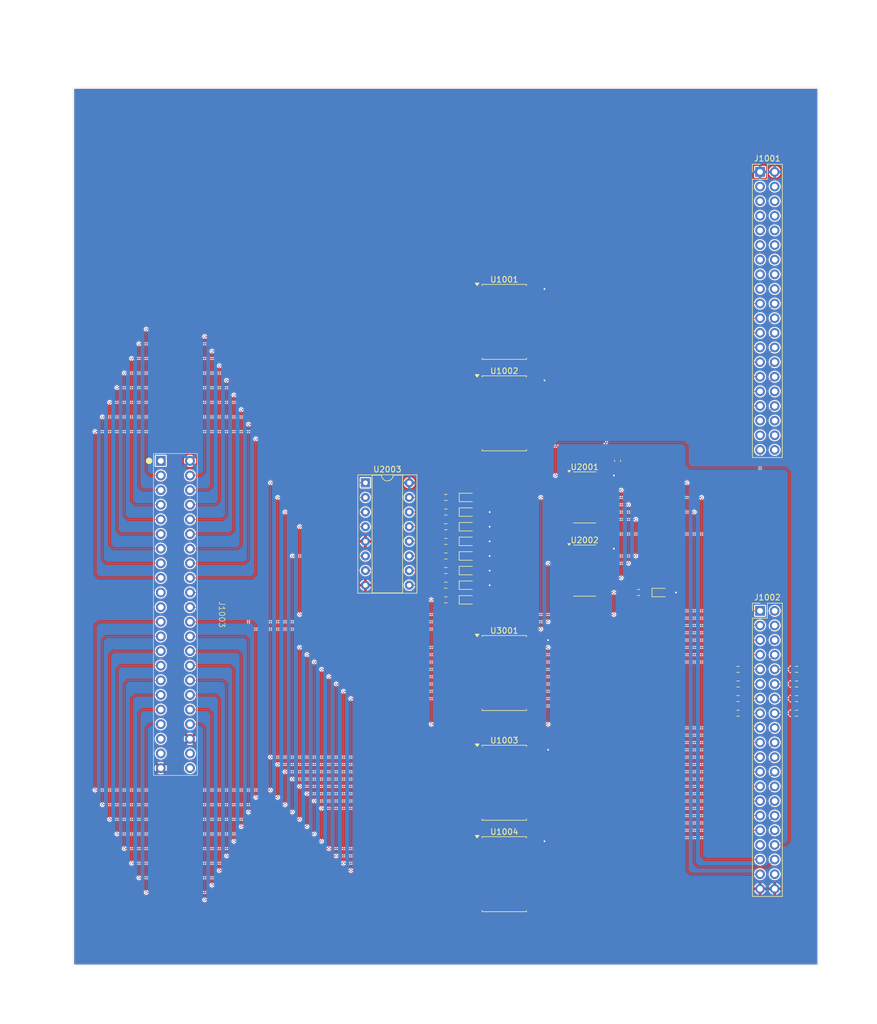
<source format=kicad_pcb>
(kicad_pcb (version 20240108) (generator "pcbnew") (generator_version "8.0")
  (layers (0 "F.Cu" signal) (31 "B.Cu" signal) (34 "B.Paste" user) (35 "F.Paste" user) (36 "B.SilkS" user "B.Silkscreen") (37 "F.SilkS" user "F.Silkscreen") (38 "B.Mask" user) (39 "F.Mask" user) (44 "Edge.Cuts" user))
  (net 0 "")
  (net 1 "+5V")
  (net 2 "GND")
  (net 3 "Net-(D2001-K)")
  (net 4 "Net-(D2002-K)")
  (net 5 "Net-(D2003-K)")
  (net 6 "Net-(D2004-K)")
  (net 7 "Net-(D2005-K)")
  (net 8 "Net-(D2006-K)")
  (net 9 "Net-(D2007-K)")
  (net 10 "Net-(D2008-K)")
  (net 11 "Net-(D2009-K)")
  (net 12 "/A11")
  (net 13 "/A7")
  (net 14 "/A12")
  (net 15 "/A4")
  (net 16 "/B2")
  (net 17 "/B15")
  (net 19 "/A9")
  (net 20 "/B1")
  (net 21 "/B7")
  (net 22 "/B9")
  (net 23 "/B6")
  (net 24 "/A14")
  (net 25 "/B8")
  (net 26 "/A5")
  (net 27 "/~{RESET}")
  (net 28 "/B14")
  (net 29 "/A13")
  (net 30 "/A3")
  (net 31 "/A0")
  (net 32 "/A15")
  (net 34 "/B10")
  (net 35 "/B5")
  (net 36 "/B13")
  (net 37 "/A10")
  (net 38 "/B0")
  (net 39 "/B12")
  (net 40 "/A8")
  (net 41 "/B4")
  (net 42 "/B3")
  (net 43 "/B11")
  (net 44 "/CLOCK")
  (net 46 "/A6")
  (net 48 "/A2")
  (net 49 "/A1")
  (net 50 "/C14")
  (net 51 "/R_{C}2")
  (net 52 "/Cycle3")
  (net 53 "/C11")
  (net 54 "/Cycle2")
  (net 55 "/R_{A}3")
  (net 56 "/Cycle4")
  (net 57 "/Cycle0")
  (net 58 "/C6")
  (net 60 "/C7")
  (net 61 "/C8")
  (net 62 "/R_{B}1")
  (net 63 "/I2")
  (net 64 "/C1")
  (net 65 "/C3")
  (net 66 "/R_{A}1")
  (net 67 "/R_{A}2")
  (net 68 "/C15")
  (net 69 "/I3")
  (net 70 "/R_{B}3")
  (net 71 "/C12")
  (net 72 "/C9")
  (net 73 "/I1")
  (net 74 "/C4")
  (net 75 "/C0")
  (net 76 "/R_{B}2")
  (net 77 "/R_{C}0")
  (net 78 "/C13")
  (net 79 "/R_{A}0")
  (net 80 "/Cycle1")
  (net 81 "/C10")
  (net 82 "/R_{C}3")
  (net 83 "/C5")
  (net 84 "/C2")
  (net 85 "/R_{C}1")
  (net 86 "/I0")
  (net 87 "/R_{B}0")
  (net 88 "/Instr.In8")
  (net 89 "/Instr.In9")
  (net 90 "/Instr.In13")
  (net 91 "/Instr.Out6")
  (net 92 "/Instr.In2")
  (net 94 "/Instr.Out2")
  (net 95 "/Instr.In1")
  (net 96 "/Instr.In4")
  (net 98 "/Instr.Out3")
  (net 99 "/Instr.Out5")
  (net 100 "/Instr.Out8")
  (net 102 "/Instr.In6")
  (net 103 "/Instr.In12")
  (net 104 "/Instr.Out4")
  (net 106 "/Instr.Out12")
  (net 107 "/Instr.In7")
  (net 108 "/Instr.In11")
  (net 109 "/Instr.Out15")
  (net 110 "/Instr.Out13")
  (net 112 "/Instr.Out14")
  (net 113 "/Instr.Out1")
  (net 114 "/Instr.Out11")
  (net 115 "/Instr.In3")
  (net 116 "/Instr.In14")
  (net 117 "/Instr.In10")
  (net 118 "/Instr.Out10")
  (net 121 "/Instr.In15")
  (net 122 "/Instr.In0")
  (net 123 "/Instr.Out7")
  (net 124 "/Instr.Out0")
  (net 125 "/ClockInstr")
  (net 126 "/Instr.In5")
  (net 127 "/Instr.Out9")
  (net 128 "Net-(U2003-~{E0})")
  (net 129 "/Control/~{LoadB}")
  (net 130 "/Control/~{LoadW}")
  (net 131 "/Control/~{StoreB}")
  (net 132 "/Control/~{StoreW}")
  (net 133 "/Control/~{LoadPC}")
  (net 134 "/Control/~{BranchZero}")
  (net 135 "/Control/~{Halt}")
  (net 136 "/~{RESET}_{conn}")
  (net 137 "Net-(U2001-Pad8)")
  (net 138 "Net-(U2001-Pad12)")
  (net 140 "Net-(U2001-Pad2)")
  (net 141 "Net-(U2001-Pad10)")
  (net 142 "Net-(U2002-Pad11)")
  (net 144 "/~{Set}")
  (footprint "Resistor_SMD:R_0603_1608Metric" (layer "F.Cu") (at 209.55 136.525 180)
    (property "Reference" "R3002" (hide yes))
    (property "Value" "R")
  )
  (footprint "Package_SO:SOIC-14_3.9x8.7mm_P1.27mm" (layer "F.Cu") (at 172.72 106.68)
    (property "Reference" "U2001")
    (property "Value" "74HC14")
  )
  (footprint "Resistor_SMD:R_0603_1608Metric" (layer "F.Cu") (at 209.55 141.605 180)
    (property "Reference" "R3006" (hide yes))
    (property "Value" "R")
  )
  (footprint "Resistor_SMD:R_0603_1608Metric" (layer "F.Cu") (at 209.55 144.145 180)
    (property "Reference" "R3008" (hide yes))
    (property "Value" "R")
  )
  (footprint "Resistor_SMD:R_0603_1608Metric" (layer "F.Cu") (at 209.55 139.065 180)
    (property "Reference" "R3004" (hide yes))
    (property "Value" "R")
  )
  (footprint "LED_SMD:LED_0603_1608Metric" (layer "F.Cu") (at 152.4 121.92)
    (property "Reference" "D2008" (hide yes))
    (property "Value" "Blue")
  )
  (footprint "LED_SMD:LED_0603_1608Metric" (layer "F.Cu") (at 152.4 119.38)
    (property "Reference" "D2007" (hide yes))
    (property "Value" "Blue")
  )
  (footprint "Resistor_SMD:R_0603_1608Metric" (layer "F.Cu") (at 148.59 121.92 180)
    (property "Reference" "R2008" (hide yes))
    (property "Value" "4k7")
  )
  (footprint "Capacitor_SMD:C_0603_1608Metric" (layer "F.Cu") (at 178.435 100.33 90)
    (property "Reference" "C2001" (hide yes))
    (property "Value" "100n")
  )
  (footprint "Connector_PinHeader_2.54mm:PinHeader_2x20_P2.54mm_Vertical" (layer "F.Cu") (at 203.2 50.165)
    (property "Reference" "J1001")
    (property "Value" "Conn_02x20_Odd_Even")
  )
  (footprint "Package_DIP:DIP-16_W7.62mm_Socket" (layer "F.Cu") (at 134.62 104.14)
    (property "Reference" "U2003")
    (property "Value" "74HC138")
  )
  (footprint "Package_SO:SOIC-20W_7.5x12.8mm_P1.27mm" (layer "F.Cu") (at 158.75 172.085)
    (property "Reference" "U1004")
    (property "Value" "74HC245")
  )
  (footprint "Resistor_SMD:R_0603_1608Metric" (layer "F.Cu") (at 148.59 124.46 180)
    (property "Reference" "R2009" (hide yes))
    (property "Value" "4k7")
  )
  (footprint "LED_SMD:LED_0603_1608Metric" (layer "F.Cu") (at 152.4 124.46)
    (property "Reference" "D2009" (hide yes))
    (property "Value" "Blue")
  )
  (footprint "Resistor_SMD:R_0603_1608Metric" (layer "F.Cu") (at 199.39 144.145)
    (property "Reference" "R3007" (hide yes))
    (property "Value" "R")
  )
  (footprint "Package_SO:SOIC-14_3.9x8.7mm_P1.27mm" (layer "F.Cu") (at 172.72 119.38)
    (property "Reference" "U2002")
    (property "Value" "74HC08")
  )
  (footprint "LED_SMD:LED_0603_1608Metric" (layer "F.Cu") (at 152.4 116.84)
    (property "Reference" "D2006" (hide yes))
    (property "Value" "Blue")
  )
  (footprint "Package_SO:SOIC-20W_7.5x12.8mm_P1.27mm" (layer "F.Cu") (at 158.75 76.2)
    (property "Reference" "U1001")
    (property "Value" "74HC245")
  )
  (footprint "Resistor_SMD:R_0603_1608Metric" (layer "F.Cu") (at 148.59 114.3 180)
    (property "Reference" "R2005" (hide yes))
    (property "Value" "4k7")
  )
  (footprint "LED_SMD:LED_0603_1608Metric" (layer "F.Cu") (at 152.4 109.22)
    (property "Reference" "D2003" (hide yes))
    (property "Value" "Blue")
  )
  (footprint "Package_SO:SOIC-20W_7.5x12.8mm_P1.27mm" (layer "F.Cu") (at 158.75 92.075)
    (property "Reference" "U1002")
    (property "Value" "74HC245")
  )
  (footprint "Resistor_SMD:R_0603_1608Metric" (layer "F.Cu") (at 148.59 111.76 180)
    (property "Reference" "R2004" (hide yes))
    (property "Value" "4k7")
  )
  (footprint "Connector_PinHeader_2.54mm:PinHeader_2x20_P2.54mm_Vertical" (layer "F.Cu") (at 203.2 126.365)
    (property "Reference" "J1002")
    (property "Value" "Conn_02x20_Odd_Even")
  )
  (footprint "Resistor_SMD:R_0603_1608Metric" (layer "F.Cu") (at 199.39 141.605)
    (property "Reference" "R3005" (hide yes))
    (property "Value" "R")
  )
  (footprint "BoardEdgeConnectors:TE-5530843-4-Mount" (layer "F.Cu") (at 101.6 127 -90)
    (property "Reference" "J1003")
    (property "Value" "~")
  )
  (footprint "Package_SO:SOIC-20W_7.5x12.8mm_P1.27mm" (layer "F.Cu") (at 158.75 137.16)
    (property "Reference" "U3001")
    (property "Value" "74HC245")
  )
  (footprint "Resistor_SMD:R_0603_1608Metric" (layer "F.Cu") (at 148.59 119.38 180)
    (property "Reference" "R2007" (hide yes))
    (property "Value" "4k7")
  )
  (footprint "Resistor_SMD:R_0603_1608Metric" (layer "F.Cu") (at 199.39 139.065)
    (property "Reference" "R3003" (hide yes))
    (property "Value" "R")
  )
  (footprint "Resistor_SMD:R_0603_1608Metric" (layer "F.Cu") (at 148.59 106.68 180)
    (property "Reference" "R2002" (hide yes))
    (property "Value" "4k7")
  )
  (footprint "Resistor_SMD:R_0603_1608Metric" (layer "F.Cu") (at 148.59 116.84 180)
    (property "Reference" "R2006" (hide yes))
    (property "Value" "4k7")
  )
  (footprint "Resistor_SMD:R_0603_1608Metric" (layer "F.Cu") (at 148.59 109.22 180)
    (property "Reference" "R2003" (hide yes))
    (property "Value" "4k7")
  )
  (footprint "LED_SMD:LED_0603_1608Metric" (layer "F.Cu") (at 152.4 114.3)
    (property "Reference" "D2005" (hide yes))
    (property "Value" "Blue")
  )
  (footprint "Resistor_SMD:R_0603_1608Metric" (layer "F.Cu") (at 199.39 136.525)
    (property "Reference" "R3001" (hide yes))
    (property "Value" "R")
  )
  (footprint "LED_SMD:LED_0603_1608Metric" (layer "F.Cu") (at 185.9025 123.19)
    (property "Reference" "D2001" (hide yes))
    (property "Value" "Blue")
  )
  (footprint "LED_SMD:LED_0603_1608Metric" (layer "F.Cu") (at 152.4 106.68)
    (property "Reference" "D2002" (hide yes))
    (property "Value" "Blue")
  )
  (footprint "Resistor_SMD:R_0603_1608Metric" (layer "F.Cu") (at 182.0925 123.19)
    (property "Reference" "R2001" (hide yes))
    (property "Value" "4k7")
  )
  (footprint "Package_SO:SOIC-20W_7.5x12.8mm_P1.27mm" (layer "F.Cu") (at 158.75 156.21)
    (property "Reference" "U1003")
    (property "Value" "74HC245")
  )
  (footprint "LED_SMD:LED_0603_1608Metric" (layer "F.Cu") (at 152.4 111.76)
    (property "Reference" "D2004" (hide yes))
    (property "Value" "Blue")
  )
  (gr_rect (start 83.82 35.56) (end 213.36 187.96) (stroke (width 0.05)) (fill none) (layer "Edge.Cuts"))
  (segment (start 156.21 109.22) (end 153.1875 109.22) (width 0.127) (layer "F.Cu") (net 1))
  (segment (start 163.4 131.445) (end 166.37 131.445) (width 0.254) (layer "F.Cu") (net 1))
  (segment (start 154.1 131.445) (end 163.4 131.445) (width 0.127) (layer "F.Cu") (net 1))
  (segment (start 156.21 107.315) (end 155.575 106.68) (width 0.127) (layer "F.Cu") (net 1))
  (segment (start 178.435 102.235) (end 178.435 101.105) (width 0.254) (layer "F.Cu") (net 1))
  (segment (start 175.195 115.57) (end 177.8 115.57) (width 0.254) (layer "F.Cu") (net 1))
  (segment (start 155.575 124.46) (end 156.21 123.825) (width 0.127) (layer "F.Cu") (net 1))
  (segment (start 155.575 106.68) (end 153.1875 106.68) (width 0.127) (layer "F.Cu") (net 1))
  (segment (start 153.1875 114.3) (end 156.21 114.3) (width 0.127) (layer "F.Cu") (net 1))
  (segment (start 156.21 109.22) (end 156.21 107.315) (width 0.127) (layer "F.Cu") (net 1))
  (segment (start 186.69 123.19) (end 188.595 123.19) (width 0.127) (layer "F.Cu") (net 1))
  (segment (start 153.1875 121.92) (end 156.21 121.92) (width 0.127) (layer "F.Cu") (net 1))
  (segment (start 163.4 70.485) (end 165.735 70.485) (width 0.254) (layer "F.Cu") (net 1))
  (segment (start 156.21 111.76) (end 156.21 114.3) (width 0.127) (layer "F.Cu") (net 1))
  (segment (start 163.4 150.495) (end 166.37 150.495) (width 0.254) (layer "F.Cu") (net 1))
  (segment (start 156.21 109.22) (end 156.21 111.76) (width 0.127) (layer "F.Cu") (net 1))
  (segment (start 154.1 150.495) (end 163.4 150.495) (width 0.127) (layer "F.Cu") (net 1))
  (segment (start 156.21 123.825) (end 156.21 121.92) (width 0.127) (layer "F.Cu") (net 1))
  (segment (start 153.1875 119.38) (end 156.21 119.38) (width 0.127) (layer "F.Cu") (net 1))
  (segment (start 154.1 166.37) (end 163.4 166.37) (width 0.127) (layer "F.Cu") (net 1))
  (segment (start 156.21 119.38) (end 156.21 121.92) (width 0.127) (layer "F.Cu") (net 1))
  (segment (start 163.4 86.36) (end 165.735 86.36) (width 0.254) (layer "F.Cu") (net 1))
  (segment (start 163.4 166.37) (end 165.735 166.37) (width 0.254) (layer "F.Cu") (net 1))
  (segment (start 177.8 102.87) (end 178.435 102.235) (width 0.254) (layer "F.Cu") (net 1))
  (segment (start 153.1875 124.46) (end 155.575 124.46) (width 0.127) (layer "F.Cu") (net 1))
  (segment (start 156.21 116.84) (end 156.21 119.38) (width 0.127) (layer "F.Cu") (net 1))
  (segment (start 156.21 114.3) (end 156.21 116.84) (width 0.127) (layer "F.Cu") (net 1))
  (segment (start 153.1875 116.84) (end 156.21 116.84) (width 0.127) (layer "F.Cu") (net 1))
  (segment (start 175.195 102.87) (end 177.8 102.87) (width 0.254) (layer "F.Cu") (net 1))
  (segment (start 153.1875 111.76) (end 156.21 111.76) (width 0.127) (layer "F.Cu") (net 1))
  (via (at 156.21 111.76) (size 0.45) (drill 0.3) (layers "F.Cu" "B.Cu") (net 1))
  (via (at 165.735 86.36) (size 0.45) (drill 0.3) (layers "F.Cu" "B.Cu") (net 1))
  (via (at 165.735 166.37) (size 0.45) (drill 0.3) (layers "F.Cu" "B.Cu") (net 1))
  (via (at 166.37 150.495) (size 0.45) (drill 0.3) (layers "F.Cu" "B.Cu") (net 1))
  (via (at 156.21 114.3) (size 0.45) (drill 0.3) (layers "F.Cu" "B.Cu") (net 1))
  (via (at 165.735 70.485) (size 0.45) (drill 0.3) (layers "F.Cu" "B.Cu") (net 1))
  (via (at 177.8 115.57) (size 0.45) (drill 0.3) (layers "F.Cu" "B.Cu") (net 1))
  (via (at 188.595 123.19) (size 0.45) (drill 0.3) (layers "F.Cu" "B.Cu") (net 1))
  (via (at 156.21 109.22) (size 0.45) (drill 0.3) (layers "F.Cu" "B.Cu") (net 1))
  (via (at 166.37 131.445) (size 0.45) (drill 0.3) (layers "F.Cu" "B.Cu") (net 1))
  (via (at 156.21 119.38) (size 0.45) (drill 0.3) (layers "F.Cu" "B.Cu") (net 1))
  (via (at 156.21 121.92) (size 0.45) (drill 0.3) (layers "F.Cu" "B.Cu") (net 1))
  (via (at 156.21 116.84) (size 0.45) (drill 0.3) (layers "F.Cu" "B.Cu") (net 1))
  (via (at 177.8 102.87) (size 0.45) (drill 0.3) (layers "F.Cu" "B.Cu") (net 1))
  (segment (start 182.9175 123.19) (end 185.115 123.19) (width 0.127) (layer "F.Cu") (net 3))
  (segment (start 149.415 106.68) (end 151.6125 106.68) (width 0.127) (layer "F.Cu") (net 4))
  (segment (start 151.6125 109.22) (end 149.415 109.22) (width 0.127) (layer "F.Cu") (net 5))
  (segment (start 149.415 111.76) (end 151.6125 111.76) (width 0.127) (layer "F.Cu") (net 6))
  (segment (start 149.415 114.3) (end 151.6125 114.3) (width 0.127) (layer "F.Cu") (net 7))
  (segment (start 149.415 116.84) (end 151.6125 116.84) (width 0.127) (layer "F.Cu") (net 8))
  (segment (start 149.415 119.38) (end 151.6125 119.38) (width 0.127) (layer "F.Cu") (net 9))
  (segment (start 149.415 121.92) (end 151.6125 121.92) (width 0.127) (layer "F.Cu") (net 10))
  (segment (start 149.415 124.46) (end 151.6125 124.46) (width 0.127) (layer "F.Cu") (net 11))
  (segment (start 163.4 75.565) (end 203.2 75.565) (width 0.127) (layer "F.Cu") (net 16))
  (segment (start 176.53 97.155) (end 176.53 92.71) (width 0.127) (layer "F.Cu") (net 17))
  (segment (start 176.53 92.71) (end 177.165 92.075) (width 0.127) (layer "F.Cu") (net 17))
  (segment (start 205.74 90.805) (end 204.47 92.075) (width 0.127) (layer "F.Cu") (net 17))
  (segment (start 163.4 97.79) (end 175.895 97.79) (width 0.127) (layer "F.Cu") (net 17))
  (segment (start 177.165 92.075) (end 204.47 92.075) (width 0.127) (layer "F.Cu") (net 17))
  (segment (start 175.895 97.79) (end 176.53 97.155) (width 0.127) (layer "F.Cu") (net 17))
  (segment (start 205.74 73.025) (end 204.47 74.295) (width 0.127) (layer "F.Cu") (net 20))
  (segment (start 204.47 74.295) (end 163.4 74.295) (width 0.127) (layer "F.Cu") (net 20))
  (segment (start 205.74 80.645) (end 204.47 81.915) (width 0.127) (layer "F.Cu") (net 21))
  (segment (start 204.47 81.915) (end 163.4 81.915) (width 0.127) (layer "F.Cu") (net 21))
  (segment (start 169.545 84.455) (end 204.47 84.455) (width 0.127) (layer "F.Cu") (net 22))
  (segment (start 168.91 85.09) (end 169.545 84.455) (width 0.127) (layer "F.Cu") (net 22))
  (segment (start 204.47 84.455) (end 205.74 83.185) (width 0.127) (layer "F.Cu") (net 22))
  (segment (start 168.275 90.17) (end 168.91 89.535) (width 0.127) (layer "F.Cu") (net 22))
  (segment (start 163.4 90.17) (end 168.275 90.17) (width 0.127) (layer "F.Cu") (net 22))
  (segment (start 168.91 89.535) (end 168.91 85.09) (width 0.127) (layer "F.Cu") (net 22))
  (segment (start 163.4 80.645) (end 203.2 80.645) (width 0.127) (layer "F.Cu") (net 23))
  (segment (start 167.005 88.9) (end 167.64 88.265) (width 0.127) (layer "F.Cu") (net 25))
  (segment (start 167.64 88.265) (end 167.64 83.82) (width 0.127) (layer "F.Cu") (net 25))
  (segment (start 167.64 83.82) (end 168.275 83.185) (width 0.127) (layer "F.Cu") (net 25))
  (segment (start 168.275 83.185) (end 203.2 83.185) (width 0.127) (layer "F.Cu") (net 25))
  (segment (start 163.4 88.9) (end 167.005 88.9) (width 0.127) (layer "F.Cu") (net 25))
  (segment (start 202.565 113.03) (end 203.2 112.395) (width 0.127) (layer "F.Cu") (net 27))
  (segment (start 167.64 113.03) (end 202.565 113.03) (width 0.127) (layer "F.Cu") (net 27))
  (segment (start 167.005 113.665) (end 167.64 113.03) (width 0.127) (layer "F.Cu") (net 27))
  (segment (start 170.245 115.57) (end 167.64 115.57) (width 0.127) (layer "F.Cu") (net 27))
  (segment (start 170.245 116.84) (end 170.245 115.57) (width 0.127) (layer "F.Cu") (net 27))
  (segment (start 203.2 112.395) (end 203.2 98.425) (width 0.127) (layer "F.Cu") (net 27))
  (segment (start 167.005 114.935) (end 167.005 113.665) (width 0.127) (layer "F.Cu") (net 27))
  (segment (start 167.64 115.57) (end 167.005 114.935) (width 0.127) (layer "F.Cu") (net 27))
  (segment (start 175.895 90.805) (end 175.26 91.44) (width 0.127) (layer "F.Cu") (net 28))
  (segment (start 203.2 90.805) (end 175.895 90.805) (width 0.127) (layer "F.Cu") (net 28))
  (segment (start 175.26 91.44) (end 175.26 95.885) (width 0.127) (layer "F.Cu") (net 28))
  (segment (start 174.625 96.52) (end 163.4 96.52) (width 0.127) (layer "F.Cu") (net 28))
  (segment (start 175.26 95.885) (end 174.625 96.52) (width 0.127) (layer "F.Cu") (net 28))
  (segment (start 203.2 85.725) (end 170.815 85.725) (width 0.127) (layer "F.Cu") (net 34))
  (segment (start 170.18 90.805) (end 169.545 91.44) (width 0.127) (layer "F.Cu") (net 34))
  (segment (start 170.815 85.725) (end 170.18 86.36) (width 0.127) (layer "F.Cu") (net 34))
  (segment (start 169.545 91.44) (end 163.4 91.44) (width 0.127) (layer "F.Cu") (net 34))
  (segment (start 170.18 86.36) (end 170.18 90.805) (width 0.127) (layer "F.Cu") (net 34))
  (segment (start 204.47 79.375) (end 163.4 79.375) (width 0.127) (layer "F.Cu") (net 35))
  (segment (start 205.74 78.105) (end 204.47 79.375) (width 0.127) (layer "F.Cu") (net 35))
  (segment (start 205.74 88.265) (end 204.47 89.535) (width 0.127) (layer "F.Cu") (net 36))
  (segment (start 163.4 95.25) (end 173.355 95.25) (width 0.127) (layer "F.Cu") (net 36))
  (segment (start 173.99 90.17) (end 174.625 89.535) (width 0.127) (layer "F.Cu") (net 36))
  (segment (start 173.355 95.25) (end 173.99 94.615) (width 0.127) (layer "F.Cu") (net 36))
  (segment (start 174.625 89.535) (end 204.47 89.535) (width 0.127) (layer "F.Cu") (net 36))
  (segment (start 173.99 94.615) (end 173.99 90.17) (width 0.127) (layer "F.Cu") (net 36))
  (segment (start 163.4 73.025) (end 203.2 73.025) (width 0.127) (layer "F.Cu") (net 38))
  (segment (start 172.72 93.345) (end 172.085 93.98) (width 0.127) (layer "F.Cu") (net 39))
  (segment (start 203.2 88.265) (end 173.355 88.265) (width 0.127) (layer "F.Cu") (net 39))
  (segment (start 172.085 93.98) (end 163.4 93.98) (width 0.127) (layer "F.Cu") (net 39))
  (segment (start 172.72 88.9) (end 172.72 93.345) (width 0.127) (layer "F.Cu") (net 39))
  (segment (start 173.355 88.265) (end 172.72 88.9) (width 0.127) (layer "F.Cu") (net 39))
  (segment (start 163.4 78.105) (end 203.2 78.105) (width 0.127) (layer "F.Cu") (net 41))
  (segment (start 204.47 76.835) (end 163.4 76.835) (width 0.127) (layer "F.Cu") (net 42))
  (segment (start 205.74 75.565) (end 204.47 76.835) (width 0.127) (layer "F.Cu") (net 42))
  (segment (start 205.74 85.725) (end 204.47 86.995) (width 0.127) (layer "F.Cu") (net 43))
  (segment (start 171.45 87.63) (end 172.085 86.995) (width 0.127) (layer "F.Cu") (net 43))
  (segment (start 172.085 86.995) (end 204.47 86.995) (width 0.127) (layer "F.Cu") (net 43))
  (segment (start 163.4 92.71) (end 170.815 92.71) (width 0.127) (layer "F.Cu") (net 43))
  (segment (start 170.815 92.71) (end 171.45 92.075) (width 0.127) (layer "F.Cu") (net 43))
  (segment (start 171.45 92.075) (end 171.45 87.63) (width 0.127) (layer "F.Cu") (net 43))
  (segment (start 200.215 144.145) (end 203.2 144.145) (width 0.127) (layer "F.Cu") (net 50))
  (segment (start 203.2 164.465) (end 186.055 164.465) (width 0.127) (layer "F.Cu") (net 51))
  (segment (start 186.055 164.465) (end 185.42 165.1) (width 0.127) (layer "F.Cu") (net 51))
  (segment (start 185.42 165.1) (end 185.42 175.895) (width 0.127) (layer "F.Cu") (net 51))
  (segment (start 184.785 176.53) (end 163.4 176.53) (width 0.127) (layer "F.Cu") (net 51))
  (segment (start 185.42 175.895) (end 184.785 176.53) (width 0.127) (layer "F.Cu") (net 51))
  (segment (start 184.15 109.22) (end 191.77 109.22) (width 0.127) (layer "F.Cu") (net 52))
  (segment (start 175.195 109.22) (end 184.15 109.22) (width 0.127) (layer "F.Cu") (net 52))
  (via (at 191.77 109.22) (size 0.45) (drill 0.3) (layers "F.Cu" "B.Cu") (net 52))
  (segment (start 192.405 170.815) (end 191.77 170.18) (width 0.127) (layer "B.Cu") (net 52))
  (segment (start 205.74 169.545) (end 204.47 170.815) (width 0.127) (layer "B.Cu") (net 52))
  (segment (start 191.77 170.18) (end 191.77 109.22) (width 0.127) (layer "B.Cu") (net 52))
  (segment (start 204.47 170.815) (end 192.405 170.815) (width 0.127) (layer "B.Cu") (net 52))
  (segment (start 208.725 139.065) (end 205.74 139.065) (width 0.127) (layer "F.Cu") (net 53))
  (segment (start 175.195 106.68) (end 193.04 106.68) (width 0.127) (layer "F.Cu") (net 54))
  (via (at 193.04 106.68) (size 0.45) (drill 0.3) (layers "F.Cu" "B.Cu") (net 54))
  (segment (start 193.675 169.545) (end 193.04 168.91) (width 0.127) (layer "B.Cu") (net 54))
  (segment (start 203.2 169.545) (end 193.675 169.545) (width 0.127) (layer "B.Cu") (net 54))
  (segment (start 193.04 168.91) (end 193.04 106.68) (width 0.127) (layer "B.Cu") (net 54))
  (segment (start 205.74 154.305) (end 204.47 155.575) (width 0.127) (layer "F.Cu") (net 55))
  (segment (start 176.53 156.21) (end 176.53 161.29) (width 0.127) (layer "F.Cu") (net 55))
  (segment (start 204.47 155.575) (end 177.165 155.575) (width 0.127) (layer "F.Cu") (net 55))
  (segment (start 176.53 161.29) (end 175.895 161.925) (width 0.127) (layer "F.Cu") (net 55))
  (segment (start 177.165 155.575) (end 176.53 156.21) (width 0.127) (layer "F.Cu") (net 55))
  (segment (start 175.895 161.925) (end 163.4 161.925) (width 0.127) (layer "F.Cu") (net 55))
  (segment (start 175.195 104.14) (end 184.15 104.14) (width 0.127) (layer "F.Cu") (net 56))
  (segment (start 184.15 104.14) (end 190.5 104.14) (width 0.127) (layer "F.Cu") (net 56))
  (via (at 190.5 104.14) (size 0.45) (drill 0.3) (layers "F.Cu" "B.Cu") (net 56))
  (segment (start 191.135 172.085) (end 190.5 171.45) (width 0.127) (layer "B.Cu") (net 56))
  (segment (start 190.5 171.45) (end 190.5 104.14) (width 0.127) (layer "B.Cu") (net 56))
  (segment (start 203.2 172.085) (end 191.135 172.085) (width 0.127) (layer "B.Cu") (net 56))
  (segment (start 186.69 140.97) (end 186.055 141.605) (width 0.127) (layer "F.Cu") (net 58))
  (segment (start 187.325 133.985) (end 186.69 134.62) (width 0.127) (layer "F.Cu") (net 58))
  (segment (start 203.2 133.985) (end 187.325 133.985) (width 0.127) (layer "F.Cu") (net 58))
  (segment (start 186.055 141.605) (end 163.4 141.605) (width 0.127) (layer "F.Cu") (net 58))
  (segment (start 186.69 134.62) (end 186.69 140.97) (width 0.127) (layer "F.Cu") (net 58))
  (segment (start 205.74 133.985) (end 204.47 135.255) (width 0.127) (layer "F.Cu") (net 60))
  (segment (start 187.96 135.89) (end 188.595 135.255) (width 0.127) (layer "F.Cu") (net 60))
  (segment (start 163.4 142.875) (end 187.325 142.875) (width 0.127) (layer "F.Cu") (net 60))
  (segment (start 187.325 142.875) (end 187.96 142.24) (width 0.127) (layer "F.Cu") (net 60))
  (segment (start 187.96 142.24) (end 187.96 135.89) (width 0.127) (layer "F.Cu") (net 60))
  (segment (start 188.595 135.255) (end 204.47 135.255) (width 0.127) (layer "F.Cu") (net 60))
  (segment (start 200.215 136.525) (end 203.2 136.525) (width 0.127) (layer "F.Cu") (net 61))
  (segment (start 179.705 158.115) (end 204.47 158.115) (width 0.127) (layer "F.Cu") (net 62))
  (segment (start 163.4 170.18) (end 178.435 170.18) (width 0.127) (layer "F.Cu") (net 62))
  (segment (start 205.74 156.845) (end 204.47 158.115) (width 0.127) (layer "F.Cu") (net 62))
  (segment (start 178.435 170.18) (end 179.07 169.545) (width 0.127) (layer "F.Cu") (net 62))
  (segment (start 179.07 158.75) (end 179.705 158.115) (width 0.127) (layer "F.Cu") (net 62))
  (segment (start 179.07 169.545) (end 179.07 158.75) (width 0.127) (layer "F.Cu") (net 62))
  (segment (start 163.4 155.575) (end 169.545 155.575) (width 0.127) (layer "F.Cu") (net 63))
  (segment (start 169.545 155.575) (end 170.18 154.94) (width 0.127) (layer "F.Cu") (net 63))
  (segment (start 170.18 154.94) (end 170.18 149.86) (width 0.127) (layer "F.Cu") (net 63))
  (segment (start 170.815 149.225) (end 203.2 149.225) (width 0.127) (layer "F.Cu") (net 63))
  (segment (start 170.18 149.86) (end 170.815 149.225) (width 0.127) (layer "F.Cu") (net 63))
  (segment (start 180.975 127.635) (end 204.47 127.635) (width 0.127) (layer "F.Cu") (net 64))
  (segment (start 180.34 134.62) (end 180.34 128.27) (width 0.127) (layer "F.Cu") (net 64))
  (segment (start 180.34 128.27) (end 180.975 127.635) (width 0.127) (layer "F.Cu") (net 64))
  (segment (start 163.4 135.255) (end 179.705 135.255) (width 0.127) (layer "F.Cu") (net 64))
  (segment (start 179.705 135.255) (end 180.34 134.62) (width 0.127) (layer "F.Cu") (net 64))
  (segment (start 204.47 127.635) (end 205.74 126.365) (width 0.127) (layer "F.Cu") (net 64))
  (segment (start 163.4 137.795) (end 182.245 137.795) (width 0.127) (layer "F.Cu") (net 65))
  (segment (start 182.245 137.795) (end 182.88 137.16) (width 0.127) (layer "F.Cu") (net 65))
  (segment (start 183.515 130.175) (end 204.47 130.175) (width 0.127) (layer "F.Cu") (net 65))
  (segment (start 205.74 128.905) (end 204.47 130.175) (width 0.127) (layer "F.Cu") (net 65))
  (segment (start 182.88 130.81) (end 183.515 130.175) (width 0.127) (layer "F.Cu") (net 65))
  (segment (start 182.88 137.16) (end 182.88 130.81) (width 0.127) (layer "F.Cu") (net 65))
  (segment (start 174.625 153.035) (end 173.99 153.67) (width 0.127) (layer "F.Cu") (net 66))
  (segment (start 173.355 159.385) (end 163.4 159.385) (width 0.127) (layer "F.Cu") (net 66))
  (segment (start 173.99 158.75) (end 173.355 159.385) (width 0.127) (layer "F.Cu") (net 66))
  (segment (start 173.99 153.67) (end 173.99 158.75) (width 0.127) (layer "F.Cu") (net 66))
  (segment (start 205.74 151.765) (end 204.47 153.035) (width 0.127) (layer "F.Cu") (net 66))
  (segment (start 204.47 153.035) (end 174.625 153.035) (width 0.127) (layer "F.Cu") (net 66))
  (segment (start 174.625 160.655) (end 175.26 160.02) (width 0.127) (layer "F.Cu") (net 67))
  (segment (start 163.4 160.655) (end 174.625 160.655) (width 0.127) (layer "F.Cu") (net 67))
  (segment (start 175.26 160.02) (end 175.26 154.94) (width 0.127) (layer "F.Cu") (net 67))
  (segment (start 175.26 154.94) (end 175.895 154.305) (width 0.127) (layer "F.Cu") (net 67))
  (segment (start 175.895 154.305) (end 203.2 154.305) (width 0.127) (layer "F.Cu") (net 67))
  (segment (start 205.74 144.145) (end 208.725 144.145) (width 0.127) (layer "F.Cu") (net 68))
  (segment (start 171.45 151.13) (end 171.45 156.21) (width 0.127) (layer "F.Cu") (net 69))
  (segment (start 171.45 156.21) (end 170.815 156.845) (width 0.127) (layer "F.Cu") (net 69))
  (segment (start 172.085 150.495) (end 171.45 151.13) (width 0.127) (layer "F.Cu") (net 69))
  (segment (start 204.47 150.495) (end 172.085 150.495) (width 0.127) (layer "F.Cu") (net 69))
  (segment (start 170.815 156.845) (end 163.4 156.845) (width 0.127) (layer "F.Cu") (net 69))
  (segment (start 205.74 149.225) (end 204.47 150.495) (width 0.127) (layer "F.Cu") (net 69))
  (segment (start 181.61 172.085) (end 181.61 161.29) (width 0.127) (layer "F.Cu") (net 70))
  (segment (start 182.245 160.655) (end 204.47 160.655) (width 0.127) (layer "F.Cu") (net 70))
  (segment (start 205.74 159.385) (end 204.47 160.655) (width 0.127) (layer "F.Cu") (net 70))
  (segment (start 163.4 172.72) (end 180.975 172.72) (width 0.127) (layer "F.Cu") (net 70))
  (segment (start 180.975 172.72) (end 181.61 172.085) (width 0.127) (layer "F.Cu") (net 70))
  (segment (start 181.61 161.29) (end 182.245 160.655) (width 0.127) (layer "F.Cu") (net 70))
  (segment (start 203.2 141.605) (end 200.215 141.605) (width 0.127) (layer "F.Cu") (net 71))
  (segment (start 208.725 136.525) (end 205.74 136.525) (width 0.127) (layer "F.Cu") (net 72))
  (segment (start 204.47 147.955) (end 169.545 147.955) (width 0.127) (layer "F.Cu") (net 73))
  (segment (start 168.91 148.59) (end 168.91 153.67) (width 0.127) (layer "F.Cu") (net 73))
  (segment (start 168.91 153.67) (end 168.275 154.305) (width 0.127) (layer "F.Cu") (net 73))
  (segment (start 168.275 154.305) (end 163.4 154.305) (width 0.127) (layer "F.Cu") (net 73))
  (segment (start 169.545 147.955) (end 168.91 148.59) (width 0.127) (layer "F.Cu") (net 73))
  (segment (start 205.74 146.685) (end 204.47 147.955) (width 0.127) (layer "F.Cu") (net 73))
  (segment (start 184.15 138.43) (end 183.515 139.065) (width 0.127) (layer "F.Cu") (net 74))
  (segment (start 183.515 139.065) (end 163.4 139.065) (width 0.127) (layer "F.Cu") (net 74))
  (segment (start 184.15 132.08) (end 184.15 138.43) (width 0.127) (layer "F.Cu") (net 74))
  (segment (start 203.2 131.445) (end 184.785 131.445) (width 0.127) (layer "F.Cu") (net 74))
  (segment (start 184.785 131.445) (end 184.15 132.08) (width 0.127) (layer "F.Cu") (net 74))
  (segment (start 179.07 127) (end 179.07 133.35) (width 0.127) (layer "F.Cu") (net 75))
  (segment (start 178.435 133.985) (end 163.4 133.985) (width 0.127) (layer "F.Cu") (net 75))
  (segment (start 203.2 126.365) (end 179.705 126.365) (width 0.127) (layer "F.Cu") (net 75))
  (segment (start 179.705 126.365) (end 179.07 127) (width 0.127) (layer "F.Cu") (net 75))
  (segment (start 179.07 133.35) (end 178.435 133.985) (width 0.127) (layer "F.Cu") (net 75))
  (segment (start 180.975 159.385) (end 180.34 160.02) (width 0.127) (layer "F.Cu") (net 76))
  (segment (start 203.2 159.385) (end 180.975 159.385) (width 0.127) (layer "F.Cu") (net 76))
  (segment (start 179.705 171.45) (end 163.4 171.45) (width 0.127) (layer "F.Cu") (net 76))
  (segment (start 180.34 160.02) (end 180.34 170.815) (width 0.127) (layer "F.Cu") (net 76))
  (segment (start 180.34 170.815) (end 179.705 171.45) (width 0.127) (layer "F.Cu") (net 76))
  (segment (start 183.515 161.925) (end 182.88 162.56) (width 0.127) (layer "F.Cu") (net 77))
  (segment (start 182.88 162.56) (end 182.88 173.355) (width 0.127) (layer "F.Cu") (net 77))
  (segment (start 182.245 173.99) (end 163.4 173.99) (width 0.127) (layer "F.Cu") (net 77))
  (segment (start 203.2 161.925) (end 183.515 161.925) (width 0.127) (layer "F.Cu") (net 77))
  (segment (start 182.88 173.355) (end 182.245 173.99) (width 0.127) (layer "F.Cu") (net 77))
  (segment (start 208.725 141.605) (end 205.74 141.605) (width 0.127) (layer "F.Cu") (net 78))
  (segment (start 173.355 151.765) (end 203.2 151.765) (width 0.127) (layer "F.Cu") (net 79))
  (segment (start 172.72 157.48) (end 172.72 152.4) (width 0.127) (layer "F.Cu") (net 79))
  (segment (start 172.72 152.4) (end 173.355 151.765) (width 0.127) (layer "F.Cu") (net 79))
  (segment (start 172.085 158.115) (end 172.72 157.48) (width 0.127) (layer "F.Cu") (net 79))
  (segment (start 163.4 158.115) (end 172.085 158.115) (width 0.127) (layer "F.Cu") (net 79))
  (segment (start 170.245 102.87) (end 167.64 102.87) (width 0.127) (layer "F.Cu") (net 80))
  (via (at 167.64 102.87) (size 0.45) (drill 0.3) (layers "F.Cu" "B.Cu") (net 80))
  (segment (start 207.645 167.005) (end 205.74 167.005) (width 0.127) (layer "B.Cu") (net 80))
  (segment (start 190.5 97.79) (end 190.5 100.965) (width 0.127) (layer "B.Cu") (net 80))
  (segment (start 191.135 101.6) (end 207.645 101.6) (width 0.127) (layer "B.Cu") (net 80))
  (segment (start 189.865 97.155) (end 190.5 97.79) (width 0.127) (layer "B.Cu") (net 80))
  (segment (start 208.28 102.235) (end 208.28 166.37) (width 0.127) (layer "B.Cu") (net 80))
  (segment (start 208.28 166.37) (end 207.645 167.005) (width 0.127) (layer "B.Cu") (net 80))
  (segment (start 168.275 97.155) (end 189.865 97.155) (width 0.127) (layer "B.Cu") (net 80))
  (segment (start 167.64 102.87) (end 167.64 97.79) (width 0.127) (layer "B.Cu") (net 80))
  (segment (start 167.64 97.79) (end 168.275 97.155) (width 0.127) (layer "B.Cu") (net 80))
  (segment (start 207.645 101.6) (end 208.28 102.235) (width 0.127) (layer "B.Cu") (net 80))
  (segment (start 190.5 100.965) (end 191.135 101.6) (width 0.127) (layer "B.Cu") (net 80))
  (segment (start 200.215 139.065) (end 203.2 139.065) (width 0.127) (layer "F.Cu") (net 81))
  (segment (start 187.325 165.735) (end 204.47 165.735) (width 0.127) (layer "F.Cu") (net 82))
  (segment (start 186.055 177.8) (end 186.69 177.165) (width 0.127) (layer "F.Cu") (net 82))
  (segment (start 186.69 177.165) (end 186.69 166.37) (width 0.127) (layer "F.Cu") (net 82))
  (segment (start 204.47 165.735) (end 205.74 164.465) (width 0.127) (layer "F.Cu") (net 82))
  (segment (start 163.4 177.8) (end 186.055 177.8) (width 0.127) (layer "F.Cu") (net 82))
  (segment (start 186.69 166.37) (end 187.325 165.735) (width 0.127) (layer "F.Cu") (net 82))
  (segment (start 205.74 131.445) (end 204.47 132.715) (width 0.127) (layer "F.Cu") (net 83))
  (segment (start 184.785 140.335) (end 185.42 139.7) (width 0.127) (layer "F.Cu") (net 83))
  (segment (start 185.42 133.35) (end 186.055 132.715) (width 0.127) (layer "F.Cu") (net 83))
  (segment (start 163.4 140.335) (end 184.785 140.335) (width 0.127) (layer "F.Cu") (net 83))
  (segment (start 186.055 132.715) (end 204.47 132.715) (width 0.127) (layer "F.Cu") (net 83))
  (segment (start 185.42 139.7) (end 185.42 133.35) (width 0.127) (layer "F.Cu") (net 83))
  (segment (start 181.61 129.54) (end 181.61 135.89) (width 0.127) (layer "F.Cu") (net 84))
  (segment (start 203.2 128.905) (end 182.245 128.905) (width 0.127) (layer "F.Cu") (net 84))
  (segment (start 182.245 128.905) (end 181.61 129.54) (width 0.127) (layer "F.Cu") (net 84))
  (segment (start 180.975 136.525) (end 163.4 136.525) (width 0.127) (layer "F.Cu") (net 84))
  (segment (start 181.61 135.89) (end 180.975 136.525) (width 0.127) (layer "F.Cu") (net 84))
  (segment (start 184.15 174.625) (end 184.15 163.83) (width 0.127) (layer "F.Cu") (net 85))
  (segment (start 183.515 175.26) (end 184.15 174.625) (width 0.127) (layer "F.Cu") (net 85))
  (segment (start 184.15 163.83) (end 184.785 163.195) (width 0.127) (layer "F.Cu") (net 85))
  (segment (start 163.4 175.26) (end 183.515 175.26) (width 0.127) (layer "F.Cu") (net 85))
  (segment (start 205.74 161.925) (end 204.47 163.195) (width 0.127) (layer "F.Cu") (net 85))
  (segment (start 184.785 163.195) (end 204.47 163.195) (width 0.127) (layer "F.Cu") (net 85))
  (segment (start 167.64 152.4) (end 167.64 147.32) (width 0.127) (layer "F.Cu") (net 86))
  (segment (start 168.275 146.685) (end 203.2 146.685) (width 0.127) (layer "F.Cu") (net 86))
  (segment (start 167.005 153.035) (end 167.64 152.4) (width 0.127) (layer "F.Cu") (net 86))
  (segment (start 163.4 153.035) (end 167.005 153.035) (width 0.127) (layer "F.Cu") (net 86))
  (segment (start 167.64 147.32) (end 168.275 146.685) (width 0.127) (layer "F.Cu") (net 86))
  (segment (start 177.8 157.48) (end 177.8 168.275) (width 0.127) (layer "F.Cu") (net 87))
  (segment (start 177.8 168.275) (end 177.165 168.91) (width 0.127) (layer "F.Cu") (net 87))
  (segment (start 203.2 156.845) (end 178.435 156.845) (width 0.127) (layer "F.Cu") (net 87))
  (segment (start 178.435 156.845) (end 177.8 157.48) (width 0.127) (layer "F.Cu") (net 87))
  (segment (start 177.165 168.91) (end 163.4 168.91) (width 0.127) (layer "F.Cu") (net 87))
  (segment (start 91.44 87.63) (end 154.1 87.63) (width 0.127) (layer "F.Cu") (net 88))
  (via (at 91.44 87.63) (size 0.45) (drill 0.3) (layers "F.Cu" "B.Cu") (net 88))
  (segment (start 92.075 113.03) (end 91.44 112.395) (width 0.127) (layer "B.Cu") (net 88))
  (segment (start 99.06 113.03) (end 92.075 113.03) (width 0.127) (layer "B.Cu") (net 88))
  (segment (start 91.44 112.395) (end 91.44 87.63) (width 0.127) (layer "B.Cu") (net 88))
  (segment (start 154.1 88.9) (end 120.65 88.9) (width 0.127) (layer "F.Cu") (net 89))
  (segment (start 111.76 88.9) (end 120.65 88.9) (width 0.127) (layer "F.Cu") (net 89))
  (via (at 111.76 88.9) (size 0.45) (drill 0.3) (layers "F.Cu" "B.Cu") (net 89))
  (segment (start 104.14 113.03) (end 111.125 113.03) (width 0.127) (layer "B.Cu") (net 89))
  (segment (start 111.76 112.395) (end 111.76 88.9) (width 0.127) (layer "B.Cu") (net 89))
  (segment (start 111.125 113.03) (end 111.76 112.395) (width 0.127) (layer "B.Cu") (net 89))
  (segment (start 114.3 93.98) (end 154.1 93.98) (width 0.127) (layer "F.Cu") (net 90))
  (via (at 114.3 93.98) (size 0.45) (drill 0.3) (layers "F.Cu" "B.Cu") (net 90))
  (segment (start 113.665 118.11) (end 114.3 117.475) (width 0.127) (layer "B.Cu") (net 90))
  (segment (start 104.14 118.11) (end 113.665 118.11) (width 0.127) (layer "B.Cu") (net 90))
  (segment (start 114.3 117.475) (end 114.3 93.98) (width 0.127) (layer "B.Cu") (net 90))
  (segment (start 125.73 159.385) (end 154.1 159.385) (width 0.127) (layer "F.Cu") (net 91))
  (segment (start 91.44 165.1) (end 120.65 165.1) (width 0.127) (layer "F.Cu") (net 91))
  (segment (start 125.73 135.255) (end 154.1 135.255) (width 0.127) (layer "F.Cu") (net 91))
  (segment (start 120.65 165.1) (end 125.73 165.1) (width 0.127) (layer "F.Cu") (net 91))
  (via (at 125.73 165.1) (size 0.45) (drill 0.3) (layers "F.Cu" "B.Cu") (net 91))
  (via (at 125.73 159.385) (size 0.45) (drill 0.3) (layers "F.Cu" "B.Cu") (net 91))
  (via (at 125.73 135.255) (size 0.45) (drill 0.3) (layers "F.Cu" "B.Cu") (net 91))
  (via (at 91.44 165.1) (size 0.45) (drill 0.3) (layers "F.Cu" "B.Cu") (net 91))
  (segment (start 91.44 136.525) (end 91.44 165.1) (width 0.127) (layer "B.Cu") (net 91))
  (segment (start 125.73 165.1) (end 125.73 159.385) (width 0.127) (layer "B.Cu") (net 91))
  (segment (start 125.73 159.385) (end 125.73 135.255) (width 0.127) (layer "B.Cu") (net 91))
  (segment (start 99.06 135.89) (end 92.075 135.89) (width 0.127) (layer "B.Cu") (net 91))
  (segment (start 92.075 135.89) (end 91.44 136.525) (width 0.127) (layer "B.Cu") (net 91))
  (segment (start 95.25 80.01) (end 123.19 80.01) (width 0.127) (layer "F.Cu") (net 92))
  (segment (start 123.19 80.01) (end 123.825 79.375) (width 0.127) (layer "F.Cu") (net 92))
  (segment (start 123.825 74.93) (end 124.46 74.295) (width 0.127) (layer "F.Cu") (net 92))
  (segment (start 124.46 74.295) (end 154.1 74.295) (width 0.127) (layer "F.Cu") (net 92))
  (segment (start 123.825 79.375) (end 123.825 74.93) (width 0.127) (layer "F.Cu") (net 92))
  (via (at 95.25 80.01) (size 0.45) (drill 0.3) (layers "F.Cu" "B.Cu") (net 92))
  (segment (start 95.25 104.775) (end 95.25 80.01) (width 0.127) (layer "B.Cu") (net 92))
  (segment (start 99.06 105.41) (end 95.885 105.41) (width 0.127) (layer "B.Cu") (net 92))
  (segment (start 95.885 105.41) (end 95.25 104.775) (width 0.127) (layer "B.Cu") (net 92))
  (segment (start 88.9 160.02) (end 120.65 160.02) (width 0.127) (layer "F.Cu") (net 94))
  (segment (start 120.65 109.22) (end 134.62 109.22) (width 0.127) (layer "F.Cu") (net 94))
  (segment (start 120.65 154.305) (end 154.1 154.305) (width 0.127) (layer "F.Cu") (net 94))
  (via (at 120.65 160.02) (size 0.45) (drill 0.3) (layers "F.Cu" "B.Cu") (net 94))
  (via (at 120.65 109.22) (size 0.45) (drill 0.3) (layers "F.Cu" "B.Cu") (net 94))
  (via (at 88.9 160.02) (size 0.45) (drill 0.3) (layers "F.Cu" "B.Cu") (net 94))
  (via (at 120.65 154.305) (size 0.45) (drill 0.3) (layers "F.Cu" "B.Cu") (net 94))
  (segment (start 89.535 130.81) (end 88.9 131.445) (width 0.127) (layer "B.Cu") (net 94))
  (segment (start 99.06 130.81) (end 89.535 130.81) (width 0.127) (layer "B.Cu") (net 94))
  (segment (start 120.65 160.02) (end 120.65 154.305) (width 0.127) (layer "B.Cu") (net 94))
  (segment (start 88.9 131.445) (end 88.9 160.02) (width 0.127) (layer "B.Cu") (net 94))
  (segment (start 120.65 154.305) (end 120.65 109.22) (width 0.127) (layer "B.Cu") (net 94))
  (segment (start 122.555 73.66) (end 122.555 78.105) (width 0.127) (layer "F.Cu") (net 95))
  (segment (start 123.19 73.025) (end 122.555 73.66) (width 0.127) (layer "F.Cu") (net 95))
  (segment (start 121.92 78.74) (end 106.68 78.74) (width 0.127) (layer "F.Cu") (net 95))
  (segment (start 122.555 78.105) (end 121.92 78.74) (width 0.127) (layer "F.Cu") (net 95))
  (segment (start 154.1 73.025) (end 123.19 73.025) (width 0.127) (layer "F.Cu") (net 95))
  (via (at 106.68 78.74) (size 0.45) (drill 0.3) (layers "F.Cu" "B.Cu") (net 95))
  (segment (start 104.14 102.87) (end 106.045 102.87) (width 0.127) (layer "B.Cu") (net 95))
  (segment (start 106.68 102.235) (end 106.68 78.74) (width 0.127) (layer "B.Cu") (net 95))
  (segment (start 106.045 102.87) (end 106.68 102.235) (width 0.127) (layer "B.Cu") (net 95))
  (segment (start 125.73 82.55) (end 93.98 82.55) (width 0.127) (layer "F.Cu") (net 96))
  (segment (start 154.1 76.835) (end 127 76.835) (width 0.127) (layer "F.Cu") (net 96))
  (segment (start 126.365 77.47) (end 126.365 81.915) (width 0.127) (layer "F.Cu") (net 96))
  (segment (start 126.365 81.915) (end 125.73 82.55) (width 0.127) (layer "F.Cu") (net 96))
  (segment (start 127 76.835) (end 126.365 77.47) (width 0.127) (layer "F.Cu") (net 96))
  (via (at 93.98 82.55) (size 0.45) (drill 0.3) (layers "F.Cu" "B.Cu") (net 96))
  (segment (start 93.98 107.315) (end 93.98 82.55) (width 0.127) (layer "B.Cu") (net 96))
  (segment (start 94.615 107.95) (end 93.98 107.315) (width 0.127) (layer "B.Cu") (net 96))
  (segment (start 99.06 107.95) (end 94.615 107.95) (width 0.127) (layer "B.Cu") (net 96))
  (segment (start 114.3 161.29) (end 121.92 161.29) (width 0.127) (layer "F.Cu") (net 98))
  (segment (start 154.1 155.575) (end 121.92 155.575) (width 0.127) (layer "F.Cu") (net 98))
  (segment (start 121.92 116.84) (end 134.62 116.84) (width 0.127) (layer "F.Cu") (net 98))
  (via (at 121.92 155.575) (size 0.45) (drill 0.3) (layers "F.Cu" "B.Cu") (net 98))
  (via (at 114.3 161.29) (size 0.45) (drill 0.3) (layers "F.Cu" "B.Cu") (net 98))
  (via (at 121.92 161.29) (size 0.45) (drill 0.3) (layers "F.Cu" "B.Cu") (net 98))
  (via (at 121.92 116.84) (size 0.45) (drill 0.3) (layers "F.Cu" "B.Cu") (net 98))
  (segment (start 121.92 155.575) (end 121.92 116.84) (width 0.127) (layer "B.Cu") (net 98))
  (segment (start 121.92 161.29) (end 121.92 155.575) (width 0.127) (layer "B.Cu") (net 98))
  (segment (start 104.14 130.81) (end 113.665 130.81) (width 0.127) (layer "B.Cu") (net 98))
  (segment (start 113.665 130.81) (end 114.3 131.445) (width 0.127) (layer "B.Cu") (net 98))
  (segment (start 114.3 131.445) (end 114.3 161.29) (width 0.127) (layer "B.Cu") (net 98))
  (segment (start 154.1 133.985) (end 124.46 133.985) (width 0.127) (layer "F.Cu") (net 99))
  (segment (start 154.1 158.115) (end 124.46 158.115) (width 0.127) (layer "F.Cu") (net 99))
  (segment (start 113.03 163.83) (end 124.46 163.83) (width 0.127) (layer "F.Cu") (net 99))
  (via (at 124.46 133.985) (size 0.45) (drill 0.3) (layers "F.Cu" "B.Cu") (net 99))
  (via (at 113.03 163.83) (size 0.45) (drill 0.3) (layers "F.Cu" "B.Cu") (net 99))
  (via (at 124.46 163.83) (size 0.45) (drill 0.3) (layers "F.Cu" "B.Cu") (net 99))
  (via (at 124.46 158.115) (size 0.45) (drill 0.3) (layers "F.Cu" "B.Cu") (net 99))
  (segment (start 124.46 158.115) (end 124.46 133.985) (width 0.127) (layer "B.Cu") (net 99))
  (segment (start 113.03 133.985) (end 113.03 163.83) (width 0.127) (layer "B.Cu") (net 99))
  (segment (start 112.395 133.35) (end 113.03 133.985) (width 0.127) (layer "B.Cu") (net 99))
  (segment (start 104.14 133.35) (end 112.395 133.35) (width 0.127) (layer "B.Cu") (net 99))
  (segment (start 124.46 163.83) (end 124.46 158.115) (width 0.127) (layer "B.Cu") (net 99))
  (segment (start 128.27 137.795) (end 154.1 137.795) (width 0.127) (layer "F.Cu") (net 100))
  (segment (start 92.71 167.64) (end 128.27 167.64) (width 0.127) (layer "F.Cu") (net 100))
  (segment (start 128.27 167.64) (end 154.1 167.64) (width 0.127) (layer "F.Cu") (net 100))
  (via (at 92.71 167.64) (size 0.45) (drill 0.3) (layers "F.Cu" "B.Cu") (net 100))
  (via (at 128.27 137.795) (size 0.45) (drill 0.3) (layers "F.Cu" "B.Cu") (net 100))
  (via (at 128.27 167.64) (size 0.45) (drill 0.3) (layers "F.Cu" "B.Cu") (net 100))
  (segment (start 128.27 167.64) (end 128.27 137.795) (width 0.127) (layer "B.Cu") (net 100))
  (segment (start 92.71 139.065) (end 92.71 167.64) (width 0.127) (layer "B.Cu") (net 100))
  (segment (start 93.345 138.43) (end 92.71 139.065) (width 0.127) (layer "B.Cu") (net 100))
  (segment (start 99.06 138.43) (end 93.345 138.43) (width 0.127) (layer "B.Cu") (net 100))
  (segment (start 128.27 85.09) (end 92.71 85.09) (width 0.127) (layer "F.Cu") (net 102))
  (segment (start 128.905 80.01) (end 128.905 84.455) (width 0.127) (layer "F.Cu") (net 102))
  (segment (start 128.905 84.455) (end 128.27 85.09) (width 0.127) (layer "F.Cu") (net 102))
  (segment (start 129.54 79.375) (end 128.905 80.01) (width 0.127) (layer "F.Cu") (net 102))
  (segment (start 154.1 79.375) (end 129.54 79.375) (width 0.127) (layer "F.Cu") (net 102))
  (via (at 92.71 85.09) (size 0.45) (drill 0.3) (layers "F.Cu" "B.Cu") (net 102))
  (segment (start 93.345 110.49) (end 92.71 109.855) (width 0.127) (layer "B.Cu") (net 102))
  (segment (start 92.71 109.855) (end 92.71 85.09) (width 0.127) (layer "B.Cu") (net 102))
  (segment (start 99.06 110.49) (end 93.345 110.49) (width 0.127) (layer "B.Cu") (net 102))
  (segment (start 88.9 92.71) (end 154.1 92.71) (width 0.127) (layer "F.Cu") (net 103))
  (via (at 88.9 92.71) (size 0.45) (drill 0.3) (layers "F.Cu" "B.Cu") (net 103))
  (segment (start 88.9 117.475) (end 88.9 92.71) (width 0.127) (layer "B.Cu") (net 103))
  (segment (start 89.535 118.11) (end 88.9 117.475) (width 0.127) (layer "B.Cu") (net 103))
  (segment (start 99.06 118.11) (end 89.535 118.11) (width 0.127) (layer "B.Cu") (net 103))
  (segment (start 120.65 162.56) (end 123.19 162.56) (width 0.127) (layer "F.Cu") (net 104))
  (segment (start 90.17 162.56) (end 120.65 162.56) (width 0.127) (layer "F.Cu") (net 104))
  (segment (start 123.19 132.715) (end 154.1 132.715) (width 0.127) (layer "F.Cu") (net 104))
  (segment (start 123.19 156.845) (end 154.1 156.845) (width 0.127) (layer "F.Cu") (net 104))
  (via (at 123.19 156.845) (size 0.45) (drill 0.3) (layers "F.Cu" "B.Cu") (net 104))
  (via (at 90.17 162.56) (size 0.45) (drill 0.3) (layers "F.Cu" "B.Cu") (net 104))
  (via (at 123.19 162.56) (size 0.45) (drill 0.3) (layers "F.Cu" "B.Cu") (net 104))
  (via (at 123.19 132.715) (size 0.45) (drill 0.3) (layers "F.Cu" "B.Cu") (net 104))
  (segment (start 90.805 133.35) (end 90.17 133.985) (width 0.127) (layer "B.Cu") (net 104))
  (segment (start 90.17 133.985) (end 90.17 162.56) (width 0.127) (layer "B.Cu") (net 104))
  (segment (start 123.19 162.56) (end 123.19 156.845) (width 0.127) (layer "B.Cu") (net 104))
  (segment (start 123.19 156.845) (end 123.19 132.715) (width 0.127) (layer "B.Cu") (net 104))
  (segment (start 99.06 133.35) (end 90.805 133.35) (width 0.127) (layer "B.Cu") (net 104))
  (segment (start 154.1 172.72) (end 95.25 172.72) (width 0.127) (layer "F.Cu") (net 106))
  (via (at 95.25 172.72) (size 0.45) (drill 0.3) (layers "F.Cu" "B.Cu") (net 106))
  (segment (start 99.06 143.51) (end 95.885 143.51) (width 0.127) (layer "B.Cu") (net 106))
  (segment (start 95.25 144.145) (end 95.25 172.72) (width 0.127) (layer "B.Cu") (net 106))
  (segment (start 95.885 143.51) (end 95.25 144.145) (width 0.127) (layer "B.Cu") (net 106))
  (segment (start 110.49 86.36) (end 129.54 86.36) (width 0.127) (layer "F.Cu") (net 107))
  (segment (start 130.81 80.645) (end 154.1 80.645) (width 0.127) (layer "F.Cu") (net 107))
  (segment (start 130.175 81.28) (end 130.81 80.645) (width 0.127) (layer "F.Cu") (net 107))
  (segment (start 129.54 86.36) (end 130.175 85.725) (width 0.127) (layer "F.Cu") (net 107))
  (segment (start 130.175 85.725) (end 130.175 81.28) (width 0.127) (layer "F.Cu") (net 107))
  (via (at 110.49 86.36) (size 0.45) (drill 0.3) (layers "F.Cu" "B.Cu") (net 107))
  (segment (start 109.855 110.49) (end 110.49 109.855) (width 0.127) (layer "B.Cu") (net 107))
  (segment (start 110.49 109.855) (end 110.49 86.36) (width 0.127) (layer "B.Cu") (net 107))
  (segment (start 104.14 110.49) (end 109.855 110.49) (width 0.127) (layer "B.Cu") (net 107))
  (segment (start 113.03 91.44) (end 154.1 91.44) (width 0.127) (layer "F.Cu") (net 108))
  (via (at 113.03 91.44) (size 0.45) (drill 0.3) (layers "F.Cu" "B.Cu") (net 108))
  (segment (start 112.395 115.57) (end 113.03 114.935) (width 0.127) (layer "B.Cu") (net 108))
  (segment (start 104.14 115.57) (end 112.395 115.57) (width 0.127) (layer "B.Cu") (net 108))
  (segment (start 113.03 114.935) (end 113.03 91.44) (width 0.127) (layer "B.Cu") (net 108))
  (segment (start 106.68 176.53) (end 154.1 176.53) (width 0.127) (layer "F.Cu") (net 109))
  (via (at 106.68 176.53) (size 0.45) (drill 0.3) (layers "F.Cu" "B.Cu") (net 109))
  (segment (start 104.14 146.05) (end 106.045 146.05) (width 0.127) (layer "B.Cu") (net 109))
  (segment (start 106.045 146.05) (end 106.68 146.685) (width 0.127) (layer "B.Cu") (net 109))
  (segment (start 106.68 146.685) (end 106.68 176.53) (width 0.127) (layer "B.Cu") (net 109))
  (segment (start 107.95 173.99) (end 154.1 173.99) (width 0.127) (layer "F.Cu") (net 110))
  (via (at 107.95 173.99) (size 0.45) (drill 0.3) (layers "F.Cu" "B.Cu") (net 110))
  (segment (start 104.14 143.51) (end 107.315 143.51) (width 0.127) (layer "B.Cu") (net 110))
  (segment (start 107.315 143.51) (end 107.95 144.145) (width 0.127) (layer "B.Cu") (net 110))
  (segment (start 107.95 144.145) (end 107.95 173.99) (width 0.127) (layer "B.Cu") (net 110))
  (segment (start 96.52 175.26) (end 154.1 175.26) (width 0.127) (layer "F.Cu") (net 112))
  (via (at 96.52 175.26) (size 0.45) (drill 0.3) (layers "F.Cu" "B.Cu") (net 112))
  (segment (start 96.52 146.685) (end 96.52 175.26) (width 0.127) (layer "B.Cu") (net 112))
  (segment (start 99.06 146.05) (end 97.155 146.05) (width 0.127) (layer "B.Cu") (net 112))
  (segment (start 97.155 146.05) (end 96.52 146.685) (width 0.127) (layer "B.Cu") (net 112))
  (segment (start 134.62 106.68) (end 119.38 106.68) (width 0.127) (layer "F.Cu") (net 113))
  (segment (start 115.57 158.75) (end 119.38 158.75) (width 0.127) (layer "F.Cu") (net 113))
  (segment (start 119.38 153.035) (end 154.1 153.035) (width 0.127) (layer "F.Cu") (net 113))
  (via (at 119.38 106.68) (size 0.45) (drill 0.3) (layers "F.Cu" "B.Cu") (net 113))
  (via (at 115.57 158.75) (size 0.45) (drill 0.3) (layers "F.Cu" "B.Cu") (net 113))
  (via (at 119.38 153.035) (size 0.45) (drill 0.3) (layers "F.Cu" "B.Cu") (net 113))
  (via (at 119.38 158.75) (size 0.45) (drill 0.3) (layers "F.Cu" "B.Cu") (net 113))
  (segment (start 104.14 128.27) (end 114.935 128.27) (width 0.127) (layer "B.Cu") (net 113))
  (segment (start 119.38 153.035) (end 119.38 106.68) (width 0.127) (layer "B.Cu") (net 113))
  (segment (start 114.935 128.27) (end 115.57 128.905) (width 0.127) (layer "B.Cu") (net 113))
  (segment (start 115.57 128.905) (end 115.57 158.75) (width 0.127) (layer "B.Cu") (net 113))
  (segment (start 119.38 158.75) (end 119.38 153.035) (width 0.127) (layer "B.Cu") (net 113))
  (segment (start 132.08 171.45) (end 154.1 171.45) (width 0.127) (layer "F.Cu") (net 114))
  (segment (start 109.22 171.45) (end 132.08 171.45) (width 0.127) (layer "F.Cu") (net 114))
  (segment (start 154.1 141.605) (end 132.08 141.605) (width 0.127) (layer "F.Cu") (net 114))
  (via (at 132.08 171.45) (size 0.45) (drill 0.3) (layers "F.Cu" "B.Cu") (net 114))
  (via (at 132.08 141.605) (size 0.45) (drill 0.3) (layers "F.Cu" "B.Cu") (net 114))
  (via (at 109.22 171.45) (size 0.45) (drill 0.3) (layers "F.Cu" "B.Cu") (net 114))
  (segment (start 132.08 171.45) (end 132.08 141.605) (width 0.127) (layer "B.Cu") (net 114))
  (segment (start 104.14 140.97) (end 108.585 140.97) (width 0.127) (layer "B.Cu") (net 114))
  (segment (start 108.585 140.97) (end 109.22 141.605) (width 0.127) (layer "B.Cu") (net 114))
  (segment (start 109.22 141.605) (end 109.22 171.45) (width 0.127) (layer "B.Cu") (net 114))
  (segment (start 125.095 76.2) (end 125.73 75.565) (width 0.127) (layer "F.Cu") (net 115))
  (segment (start 124.46 81.28) (end 125.095 80.645) (width 0.127) (layer "F.Cu") (net 115))
  (segment (start 107.95 81.28) (end 124.46 81.28) (width 0.127) (layer "F.Cu") (net 115))
  (segment (start 125.095 80.645) (end 125.095 76.2) (width 0.127) (layer "F.Cu") (net 115))
  (segment (start 125.73 75.565) (end 154.1 75.565) (width 0.127) (layer "F.Cu") (net 115))
  (via (at 107.95 81.28) (size 0.45) (drill 0.3) (layers "F.Cu" "B.Cu") (net 115))
  (segment (start 104.14 105.41) (end 107.315 105.41) (width 0.127) (layer "B.Cu") (net 115))
  (segment (start 107.95 104.775) (end 107.95 81.28) (width 0.127) (layer "B.Cu") (net 115))
  (segment (start 107.315 105.41) (end 107.95 104.775) (width 0.127) (layer "B.Cu") (net 115))
  (segment (start 87.63 95.25) (end 154.1 95.25) (width 0.127) (layer "F.Cu") (net 116))
  (via (at 87.63 95.25) (size 0.45) (drill 0.3) (layers "F.Cu" "B.Cu") (net 116))
  (segment (start 88.265 120.65) (end 87.63 120.015) (width 0.127) (layer "B.Cu") (net 116))
  (segment (start 87.63 120.015) (end 87.63 95.25) (width 0.127) (layer "B.Cu") (net 116))
  (segment (start 99.06 120.65) (end 88.265 120.65) (width 0.127) (layer "B.Cu") (net 116))
  (segment (start 90.17 90.17) (end 154.1 90.17) (width 0.127) (layer "F.Cu") (net 117))
  (via (at 90.17 90.17) (size 0.45) (drill 0.3) (layers "F.Cu" "B.Cu") (net 117))
  (segment (start 90.17 114.935) (end 90.17 90.17) (width 0.127) (layer "B.Cu") (net 117))
  (segment (start 90.805 115.57) (end 90.17 114.935) (width 0.127) (layer "B.Cu") (net 117))
  (segment (start 99.06 115.57) (end 90.805 115.57) (width 0.127) (layer "B.Cu") (net 117))
  (segment (start 130.81 170.18) (end 154.1 170.18) (width 0.127) (layer "F.Cu") (net 118))
  (segment (start 93.98 170.18) (end 130.81 170.18) (width 0.127) (layer "F.Cu") (net 118))
  (segment (start 130.81 140.335) (end 154.1 140.335) (width 0.127) (layer "F.Cu") (net 118))
  (via (at 130.81 170.18) (size 0.45) (drill 0.3) (layers "F.Cu" "B.Cu") (net 118))
  (via (at 130.81 140.335) (size 0.45) (drill 0.3) (layers "F.Cu" "B.Cu") (net 118))
  (via (at 93.98 170.18) (size 0.45) (drill 0.3) (layers "F.Cu" "B.Cu") (net 118))
  (segment (start 130.81 170.18) (end 130.81 140.335) (width 0.127) (layer "B.Cu") (net 118))
  (segment (start 99.06 140.97) (end 94.615 140.97) (width 0.127) (layer "B.Cu") (net 118))
  (segment (start 94.615 140.97) (end 93.98 141.605) (width 0.127) (layer "B.Cu") (net 118))
  (segment (start 93.98 141.605) (end 93.98 170.18) (width 0.127) (layer "B.Cu") (net 118))
  (segment (start 115.57 96.52) (end 154.1 96.52) (width 0.127) (layer "F.Cu") (net 121))
  (via (at 115.57 96.52) (size 0.45) (drill 0.3) (layers "F.Cu" "B.Cu") (net 121))
  (segment (start 114.935 120.65) (end 115.57 120.015) (width 0.127) (layer "B.Cu") (net 121))
  (segment (start 104.14 120.65) (end 114.935 120.65) (width 0.127) (layer "B.Cu") (net 121))
  (segment (start 115.57 120.015) (end 115.57 96.52) (width 0.127) (layer "B.Cu") (net 121))
  (segment (start 121.285 76.835) (end 121.285 72.39) (width 0.127) (layer "F.Cu") (net 122))
  (segment (start 96.52 77.47) (end 120.65 77.47) (width 0.127) (layer "F.Cu") (net 122))
  (segment (start 120.65 77.47) (end 121.285 76.835) (width 0.127) (layer "F.Cu") (net 122))
  (segment (start 121.285 72.39) (end 121.92 71.755) (width 0.127) (layer "F.Cu") (net 122))
  (segment (start 121.92 71.755) (end 154.1 71.755) (width 0.127) (layer "F.Cu") (net 122))
  (via (at 96.52 77.47) (size 0.45) (drill 0.3) (layers "F.Cu" "B.Cu") (net 122))
  (segment (start 96.52 102.235) (end 96.52 77.47) (width 0.127) (layer "B.Cu") (net 122))
  (segment (start 99.06 102.87) (end 97.155 102.87) (width 0.127) (layer "B.Cu") (net 122))
  (segment (start 97.155 102.87) (end 96.52 102.235) (width 0.127) (layer "B.Cu") (net 122))
  (segment (start 111.76 166.37) (end 127 166.37) (width 0.127) (layer "F.Cu") (net 123))
  (segment (start 154.1 160.655) (end 127 160.655) (width 0.127) (layer "F.Cu") (net 123))
  (segment (start 154.1 136.525) (end 127 136.525) (width 0.127) (layer "F.Cu") (net 123))
  (via (at 127 160.655) (size 0.45) (drill 0.3) (layers "F.Cu" "B.Cu") (net 123))
  (via (at 127 166.37) (size 0.45) (drill 0.3) (layers "F.Cu" "B.Cu") (net 123))
  (via (at 111.76 166.37) (size 0.45) (drill 0.3) (layers "F.Cu" "B.Cu") (net 123))
  (via (at 127 136.525) (size 0.45) (drill 0.3) (layers "F.Cu" "B.Cu") (net 123))
  (segment (start 104.14 135.89) (end 111.125 135.89) (width 0.127) (layer "B.Cu") (net 123))
  (segment (start 111.125 135.89) (end 111.76 136.525) (width 0.127) (layer "B.Cu") (net 123))
  (segment (start 127 166.37) (end 127 160.655) (width 0.127) (layer "B.Cu") (net 123))
  (segment (start 127 160.655) (end 127 136.525) (width 0.127) (layer "B.Cu") (net 123))
  (segment (start 111.76 136.525) (end 111.76 166.37) (width 0.127) (layer "B.Cu") (net 123))
  (segment (start 87.63 157.48) (end 118.11 157.48) (width 0.127) (layer "F.Cu") (net 124))
  (segment (start 154.1 151.765) (end 118.11 151.765) (width 0.127) (layer "F.Cu") (net 124))
  (segment (start 118.11 104.14) (end 134.62 104.14) (width 0.127) (layer "F.Cu") (net 124))
  (via (at 87.63 157.48) (size 0.45) (drill 0.3) (layers "F.Cu" "B.Cu") (net 124))
  (via (at 118.11 104.14) (size 0.45) (drill 0.3) (layers "F.Cu" "B.Cu") (net 124))
  (via (at 118.11 151.765) (size 0.45) (drill 0.3) (layers "F.Cu" "B.Cu") (net 124))
  (via (at 118.11 157.48) (size 0.45) (drill 0.3) (layers "F.Cu" "B.Cu") (net 124))
  (segment (start 99.06 128.27) (end 88.265 128.27) (width 0.127) (layer "B.Cu") (net 124))
  (segment (start 118.11 151.765) (end 118.11 104.14) (width 0.127) (layer "B.Cu") (net 124))
  (segment (start 87.63 128.905) (end 87.63 157.48) (width 0.127) (layer "B.Cu") (net 124))
  (segment (start 88.265 128.27) (end 87.63 128.905) (width 0.127) (layer "B.Cu") (net 124))
  (segment (start 118.11 157.48) (end 118.11 151.765) (width 0.127) (layer "B.Cu") (net 124))
  (segment (start 114.3 126.365) (end 114.3 128.905) (width 0.127) (layer "F.Cu") (net 125))
  (segment (start 113.665 125.73) (end 114.3 126.365) (width 0.127) (layer "F.Cu") (net 125))
  (segment (start 170.245 106.68) (end 165.1 106.68) (width 0.127) (layer "F.Cu") (net 125))
  (segment (start 114.3 128.905) (end 114.935 129.54) (width 0.127) (layer "F.Cu") (net 125))
  (segment (start 114.935 129.54) (end 165.1 129.54) (width 0.127) (layer "F.Cu") (net 125))
  (segment (start 104.14 125.73) (end 113.665 125.73) (width 0.127) (layer "F.Cu") (net 125))
  (via (at 165.1 106.68) (size 0.45) (drill 0.3) (layers "F.Cu" "B.Cu") (net 125))
  (via (at 165.1 129.54) (size 0.45) (drill 0.3) (layers "F.Cu" "B.Cu") (net 125))
  (segment (start 165.1 117.475) (end 165.1 129.54) (width 0.127) (layer "B.Cu") (net 125))
  (segment (start 165.1 106.68) (end 165.1 117.475) (width 0.127) (layer "B.Cu") (net 125))
  (segment (start 128.27 78.105) (end 154.1 78.105) (width 0.127) (layer "F.Cu") (net 126))
  (segment (start 127.635 78.74) (end 128.27 78.105) (width 0.127) (layer "F.Cu") (net 126))
  (segment (start 127 83.82) (end 127.635 83.185) (width 0.127) (layer "F.Cu") (net 126))
  (segment (start 127.635 83.185) (end 127.635 78.74) (width 0.127) (layer "F.Cu") (net 126))
  (segment (start 109.22 83.82) (end 127 83.82) (width 0.127) (layer "F.Cu") (net 126))
  (via (at 109.22 83.82) (size 0.45) (drill 0.3) (layers "F.Cu" "B.Cu") (net 126))
  (segment (start 109.22 107.315) (end 109.22 83.82) (width 0.127) (layer "B.Cu") (net 126))
  (segment (start 104.14 107.95) (end 108.585 107.95) (width 0.127) (layer "B.Cu") (net 126))
  (segment (start 108.585 107.95) (end 109.22 107.315) (width 0.127) (layer "B.Cu") (net 126))
  (segment (start 129.54 168.91) (end 110.49 168.91) (width 0.127) (layer "F.Cu") (net 127))
  (segment (start 154.1 168.91) (end 129.54 168.91) (width 0.127) (layer "F.Cu") (net 127))
  (segment (start 154.1 139.065) (end 129.54 139.065) (width 0.127) (layer "F.Cu") (net 127))
  (via (at 129.54 168.91) (size 0.45) (drill 0.3) (layers "F.Cu" "B.Cu") (net 127))
  (via (at 110.49 168.91) (size 0.45) (drill 0.3) (layers "F.Cu" "B.Cu") (net 127))
  (via (at 129.54 139.065) (size 0.45) (drill 0.3) (layers "F.Cu" "B.Cu") (net 127))
  (segment (start 110.49 139.065) (end 110.49 168.91) (width 0.127) (layer "B.Cu") (net 127))
  (segment (start 109.855 138.43) (end 110.49 139.065) (width 0.127) (layer "B.Cu") (net 127))
  (segment (start 104.14 138.43) (end 109.855 138.43) (width 0.127) (layer "B.Cu") (net 127))
  (segment (start 129.54 168.91) (end 129.54 139.065) (width 0.127) (layer "B.Cu") (net 127))
  (segment (start 134.62 111.76) (end 123.19 111.76) (width 0.127) (layer "F.Cu") (net 128))
  (segment (start 175.195 123.19) (end 177.8 123.19) (width 0.127) (layer "F.Cu") (net 128))
  (segment (start 177.8 123.19) (end 181.2675 123.19) (width 0.127) (layer "F.Cu") (net 128))
  (segment (start 177.8 127) (end 123.19 127) (width 0.127) (layer "F.Cu") (net 128))
  (via (at 177.8 127) (size 0.45) (drill 0.3) (layers "F.Cu" "B.Cu") (net 128))
  (via (at 177.8 123.19) (size 0.45) (drill 0.3) (layers "F.Cu" "B.Cu") (net 128))
  (via (at 123.19 127) (size 0.45) (drill 0.3) (layers "F.Cu" "B.Cu") (net 128))
  (via (at 123.19 111.76) (size 0.45) (drill 0.3) (layers "F.Cu" "B.Cu") (net 128))
  (segment (start 177.8 123.19) (end 177.8 127) (width 0.127) (layer "B.Cu") (net 128))
  (segment (start 123.19 111.76) (end 123.19 127) (width 0.127) (layer "B.Cu") (net 128))
  (segment (start 142.24 106.68) (end 147.765 106.68) (width 0.127) (layer "F.Cu") (net 129))
  (segment (start 147.765 109.22) (end 142.24 109.22) (width 0.127) (layer "F.Cu") (net 130))
  (segment (start 142.24 111.76) (end 147.765 111.76) (width 0.127) (layer "F.Cu") (net 131))
  (segment (start 147.765 114.3) (end 142.24 114.3) (width 0.127) (layer "F.Cu") (net 132))
  (segment (start 147.765 116.84) (end 142.24 116.84) (width 0.127) (layer "F.Cu") (net 133))
  (segment (start 142.24 119.38) (end 147.765 119.38) (width 0.127) (layer "F.Cu") (net 134))
  (segment (start 142.24 121.92) (end 147.765 121.92) (width 0.127) (layer "F.Cu") (net 135))
  (segment (start 116.205 123.19) (end 104.14 123.19) (width 0.127) (layer "F.Cu") (net 136))
  (segment (start 170.245 118.11) (end 166.37 118.11) (width 0.127) (layer "F.Cu") (net 136))
  (segment (start 116.84 123.825) (end 116.205 123.19) (width 0.127) (layer "F.Cu") (net 136))
  (segment (start 116.84 127.635) (end 116.84 123.825) (width 0.127) (layer "F.Cu") (net 136))
  (segment (start 117.475 128.27) (end 116.84 127.635) (width 0.127) (layer "F.Cu") (net 136))
  (segment (start 166.37 128.27) (end 117.475 128.27) (width 0.127) (layer "F.Cu") (net 136))
  (via (at 166.37 118.11) (size 0.45) (drill 0.3) (layers "F.Cu" "B.Cu") (net 136))
  (via (at 166.37 128.27) (size 0.45) (drill 0.3) (layers "F.Cu" "B.Cu") (net 136))
  (segment (start 166.37 118.11) (end 166.37 128.27) (width 0.127) (layer "B.Cu") (net 136))
  (segment (start 181.61 116.84) (end 175.195 116.84) (width 0.127) (layer "F.Cu") (net 137))
  (segment (start 175.195 110.49) (end 181.61 110.49) (width 0.127) (layer "F.Cu") (net 137))
  (via (at 181.61 110.49) (size 0.45) (drill 0.3) (layers "F.Cu" "B.Cu") (net 137))
  (via (at 181.61 116.84) (size 0.45) (drill 0.3) (layers "F.Cu" "B.Cu") (net 137))
  (segment (start 181.61 110.49) (end 181.61 116.84) (width 0.127) (layer "B.Cu") (net 137))
  (segment (start 179.07 120.65) (end 175.195 120.65) (width 0.127) (layer "F.Cu") (net 138))
  (segment (start 175.195 105.41) (end 179.07 105.41) (width 0.127) (layer "F.Cu") (net 138))
  (via (at 179.07 105.41) (size 0.45) (drill 0.3) (layers "F.Cu" "B.Cu") (net 138))
  (via (at 179.07 120.65) (size 0.45) (drill 0.3) (layers "F.Cu" "B.Cu") (net 138))
  (segment (start 179.07 105.41) (end 179.07 120.65) (width 0.127) (layer "B.Cu") (net 138))
  (segment (start 170.245 104.14) (end 170.245 105.41) (width 0.127) (layer "F.Cu") (net 140))
  (segment (start 175.195 107.95) (end 180.34 107.95) (width 0.127) (layer "F.Cu") (net 141))
  (segment (start 180.34 118.11) (end 175.195 118.11) (width 0.127) (layer "F.Cu") (net 141))
  (via (at 180.34 107.95) (size 0.45) (drill 0.3) (layers "F.Cu" "B.Cu") (net 141))
  (via (at 180.34 118.11) (size 0.45) (drill 0.3) (layers "F.Cu" "B.Cu") (net 141))
  (segment (start 180.34 107.95) (end 180.34 118.11) (width 0.127) (layer "B.Cu") (net 141))
  (segment (start 173.99 119.38) (end 173.355 120.015) (width 0.127) (layer "F.Cu") (net 142))
  (segment (start 173.355 121.285) (end 173.99 121.92) (width 0.127) (layer "F.Cu") (net 142))
  (segment (start 173.99 121.92) (end 175.195 121.92) (width 0.127) (layer "F.Cu") (net 142))
  (segment (start 175.195 119.38) (end 173.99 119.38) (width 0.127) (layer "F.Cu") (net 142))
  (segment (start 173.355 120.015) (end 173.355 121.285) (width 0.127) (layer "F.Cu") (net 142))
  (segment (start 163.4 132.715) (end 166.37 132.715) (width 0.127) (layer "F.Cu") (net 144))
  (segment (start 166.37 146.05) (end 146.05 146.05) (width 0.127) (layer "F.Cu") (net 144))
  (segment (start 138.43 123.825) (end 138.43 120.015) (width 0.127) (layer "F.Cu") (net 144))
  (segment (start 138.43 120.015) (end 137.795 119.38) (width 0.127) (layer "F.Cu") (net 144))
  (segment (start 139.065 124.46) (end 138.43 123.825) (width 0.127) (layer "F.Cu") (net 144))
  (segment (start 137.795 119.38) (end 134.62 119.38) (width 0.127) (layer "F.Cu") (net 144))
  (segment (start 146.05 124.46) (end 139.065 124.46) (width 0.127) (layer "F.Cu") (net 144))
  (segment (start 146.05 124.46) (end 147.765 124.46) (width 0.127) (layer "F.Cu") (net 144))
  (via (at 146.05 146.05) (size 0.45) (drill 0.3) (layers "F.Cu" "B.Cu") (net 144))
  (via (at 166.37 132.715) (size 0.45) (drill 0.3) (layers "F.Cu" "B.Cu") (net 144))
  (via (at 166.37 146.05) (size 0.45) (drill 0.3) (layers "F.Cu" "B.Cu") (net 144))
  (via (at 146.05 124.46) (size 0.45) (drill 0.3) (layers "F.Cu" "B.Cu") (net 144))
  (segment (start 146.05 146.05) (end 146.05 124.46) (width 0.127) (layer "B.Cu") (net 144))
  (segment (start 166.37 132.715) (end 166.37 146.05) (width 0.127) (layer "B.Cu") (net 144))
  (zone (net 2) (net_name "GND") (layer "F.Cu") (priority 1) (connect_pads (clearance 0.127)) (min_thickness 0.127) (fill yes (thermal_gap 0.5) (thermal_bridge_width 0.5) (smoothing fillet) (radius 0.127))
    (polygon (pts (xy 71.12 20.32) (xy 223.52 20.32) (xy 223.52 198.12) (xy 71.12 198.12)))
  )
  (zone (net 1) (net_name "+5V") (layer "B.Cu") (connect_pads (clearance 0.127)) (min_thickness 0.127) (fill yes (thermal_gap 0.5) (thermal_bridge_width 0.5) (smoothing fillet) (radius 0.127))
    (polygon (pts (xy 76.2 25.4) (xy 218.44 25.4) (xy 218.44 193.04) (xy 76.2 193.04)))
  )
)
</source>
